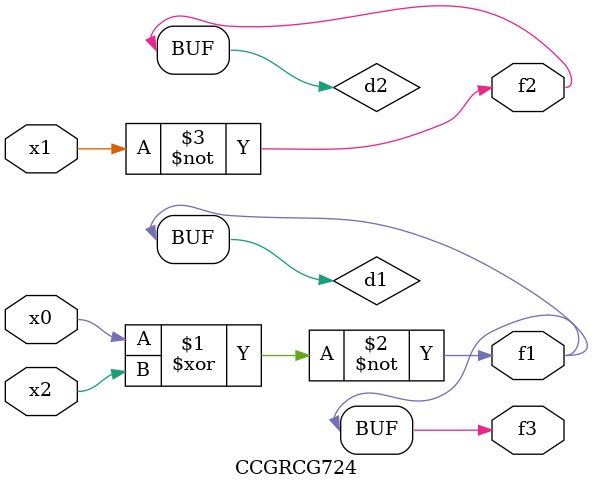
<source format=v>
module CCGRCG724(
	input x0, x1, x2,
	output f1, f2, f3
);

	wire d1, d2, d3;

	xnor (d1, x0, x2);
	nand (d2, x1);
	nor (d3, x1, x2);
	assign f1 = d1;
	assign f2 = d2;
	assign f3 = d1;
endmodule

</source>
